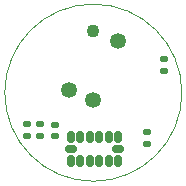
<source format=gbr>
%TF.GenerationSoftware,KiCad,Pcbnew,9.0.0*%
%TF.CreationDate,2025-03-13T15:55:56-04:00*%
%TF.ProjectId,IngestibleCapsule-Board,496e6765-7374-4696-926c-654361707375,rev?*%
%TF.SameCoordinates,Original*%
%TF.FileFunction,Soldermask,Top*%
%TF.FilePolarity,Negative*%
%FSLAX46Y46*%
G04 Gerber Fmt 4.6, Leading zero omitted, Abs format (unit mm)*
G04 Created by KiCad (PCBNEW 9.0.0) date 2025-03-13 15:55:56*
%MOMM*%
%LPD*%
G01*
G04 APERTURE LIST*
G04 Aperture macros list*
%AMRoundRect*
0 Rectangle with rounded corners*
0 $1 Rounding radius*
0 $2 $3 $4 $5 $6 $7 $8 $9 X,Y pos of 4 corners*
0 Add a 4 corners polygon primitive as box body*
4,1,4,$2,$3,$4,$5,$6,$7,$8,$9,$2,$3,0*
0 Add four circle primitives for the rounded corners*
1,1,$1+$1,$2,$3*
1,1,$1+$1,$4,$5*
1,1,$1+$1,$6,$7*
1,1,$1+$1,$8,$9*
0 Add four rect primitives between the rounded corners*
20,1,$1+$1,$2,$3,$4,$5,0*
20,1,$1+$1,$4,$5,$6,$7,0*
20,1,$1+$1,$6,$7,$8,$9,0*
20,1,$1+$1,$8,$9,$2,$3,0*%
G04 Aperture macros list end*
%ADD10RoundRect,0.150000X-0.150000X0.325000X-0.150000X-0.325000X0.150000X-0.325000X0.150000X0.325000X0*%
%ADD11RoundRect,0.150000X-0.325000X0.150000X-0.325000X-0.150000X0.325000X-0.150000X0.325000X0.150000X0*%
%ADD12RoundRect,0.140000X0.170000X-0.140000X0.170000X0.140000X-0.170000X0.140000X-0.170000X-0.140000X0*%
%ADD13RoundRect,0.135000X-0.185000X0.135000X-0.185000X-0.135000X0.185000X-0.135000X0.185000X0.135000X0*%
%ADD14C,1.350000*%
%ADD15C,1.100000*%
%ADD16RoundRect,0.135000X0.185000X-0.135000X0.185000X0.135000X-0.185000X0.135000X-0.185000X-0.135000X0*%
%TA.AperFunction,Profile*%
%ADD17C,0.050000*%
%TD*%
G04 APERTURE END LIST*
D10*
%TO.C,U3*%
X102100000Y-98750000D03*
X101300000Y-98750000D03*
X100500000Y-98750000D03*
X99700000Y-98750000D03*
X98900000Y-98750000D03*
X98100000Y-98750000D03*
D11*
X98100000Y-99750000D03*
D10*
X98100000Y-100750000D03*
X98900000Y-100750000D03*
X99700000Y-100750000D03*
X100500000Y-100750000D03*
X101300000Y-100750000D03*
X102100000Y-100750000D03*
D11*
X102100000Y-99750000D03*
%TD*%
D12*
%TO.C,C12*%
X96750000Y-98680000D03*
X96750000Y-97720000D03*
%TD*%
D13*
%TO.C,R7*%
X95450000Y-97680000D03*
X95450000Y-98700000D03*
%TD*%
%TO.C,R5*%
X104550000Y-98330000D03*
X104550000Y-99350000D03*
%TD*%
D12*
%TO.C,C13*%
X106000000Y-93130000D03*
X106000000Y-92170000D03*
%TD*%
D14*
%TO.C,U2*%
X100000000Y-95600000D03*
X102065000Y-90615000D03*
D15*
X100000000Y-89760000D03*
D14*
X97935000Y-94745000D03*
%TD*%
D16*
%TO.C,R6*%
X94350000Y-98710000D03*
X94350000Y-97690000D03*
%TD*%
D17*
X107500000Y-95000000D02*
G75*
G02*
X92500000Y-95000000I-7500000J0D01*
G01*
X92500000Y-95000000D02*
G75*
G02*
X107500000Y-95000000I7500000J0D01*
G01*
M02*

</source>
